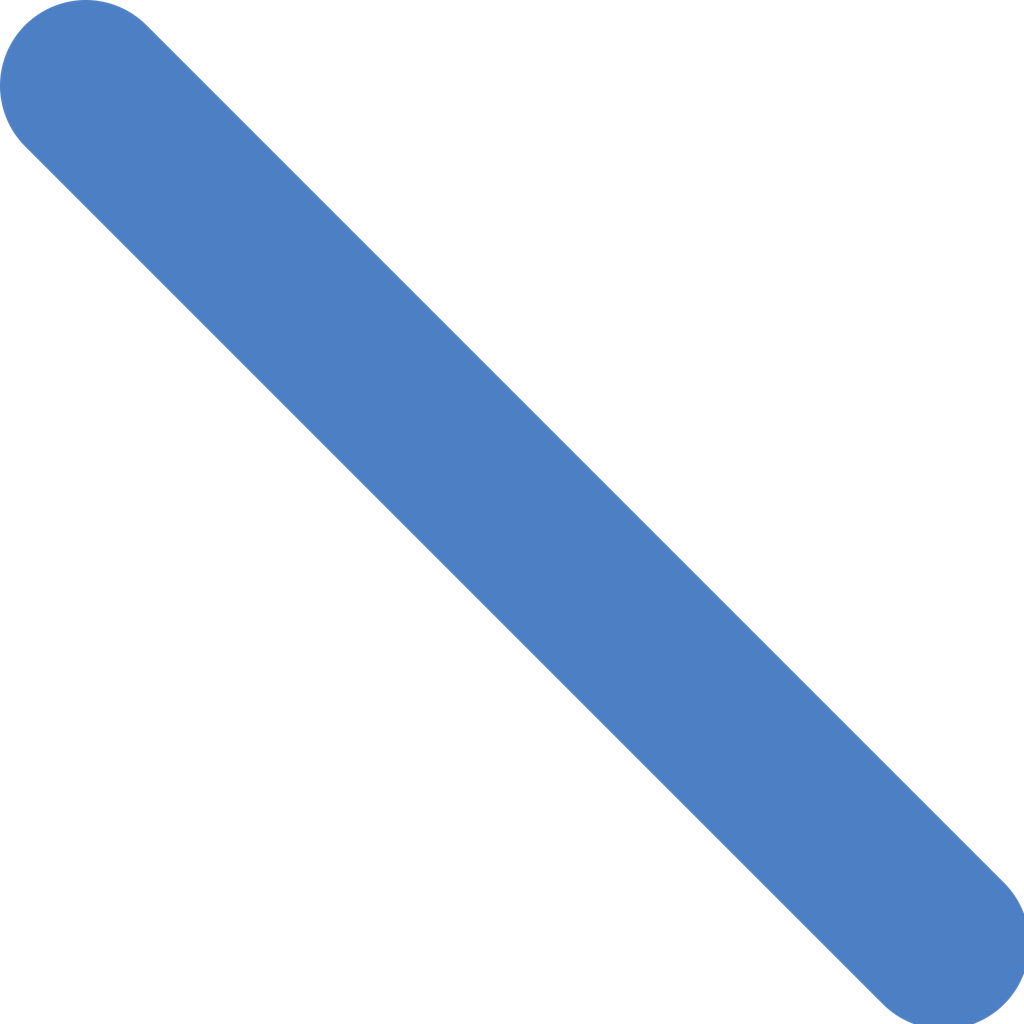
<source format=kicad_pcb>
(kicad_pcb (version 20221018) (generator pcbnew)

  (general
    (thickness 1.6)
  )

  (paper "A4")
  (layers
    (0 "F.Cu" signal)
    (31 "B.Cu" signal)
    (32 "B.Adhes" user "B.Adhesive")
    (33 "F.Adhes" user "F.Adhesive")
    (34 "B.Paste" user)
    (35 "F.Paste" user)
    (36 "B.SilkS" user "B.Silkscreen")
    (37 "F.SilkS" user "F.Silkscreen")
    (38 "B.Mask" user)
    (39 "F.Mask" user)
    (40 "Dwgs.User" user "User.Drawings")
    (41 "Cmts.User" user "User.Comments")
    (42 "Eco1.User" user "User.Eco1")
    (43 "Eco2.User" user "User.Eco2")
    (44 "Edge.Cuts" user)
    (45 "Margin" user)
    (46 "B.CrtYd" user "B.Courtyard")
    (47 "F.CrtYd" user "F.Courtyard")
    (48 "B.Fab" user)
    (49 "F.Fab" user)
    (50 "User.1" user)
    (51 "User.2" user)
    (52 "User.3" user)
    (53 "User.4" user)
    (54 "User.5" user)
    (55 "User.6" user)
    (56 "User.7" user)
    (57 "User.8" user)
    (58 "User.9" user)
  )

  (setup
    (pad_to_mask_clearance 0)
    (pcbplotparams
      (layerselection 0x00010fc_ffffffff)
      (plot_on_all_layers_selection 0x0000000_00000000)
      (disableapertmacros false)
      (usegerberextensions false)
      (usegerberattributes true)
      (usegerberadvancedattributes true)
      (creategerberjobfile true)
      (dashed_line_dash_ratio 12.000000)
      (dashed_line_gap_ratio 3.000000)
      (svgprecision 4)
      (plotframeref false)
      (viasonmask false)
      (mode 1)
      (useauxorigin false)
      (hpglpennumber 1)
      (hpglpenspeed 20)
      (hpglpendiameter 15.000000)
      (dxfpolygonmode true)
      (dxfimperialunits true)
      (dxfusepcbnewfont true)
      (psnegative false)
      (psa4output false)
      (plotreference true)
      (plotvalue true)
      (plotinvisibletext false)
      (sketchpadsonfab false)
      (subtractmaskfromsilk false)
      (outputformat 1)
      (mirror false)
      (drillshape 1)
      (scaleselection 1)
      (outputdirectory "")
    )
  )

  (net 0 "")

  (segment (start 1 1) (end 2 2) (width 0.2) (layer "B.Cu") (net 0) (tstamp 331b73db-fed6-43a4-beda-3bb1495f5b18))

)

</source>
